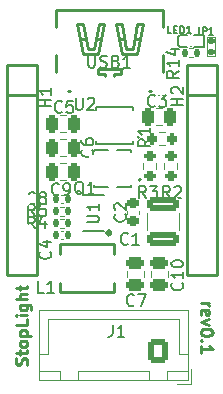
<source format=gbr>
%TF.GenerationSoftware,KiCad,Pcbnew,8.0.8*%
%TF.CreationDate,2025-03-31T18:12:56-07:00*%
%TF.ProjectId,stoplight,73746f70-6c69-4676-9874-2e6b69636164,0.1*%
%TF.SameCoordinates,Original*%
%TF.FileFunction,Legend,Top*%
%TF.FilePolarity,Positive*%
%FSLAX46Y46*%
G04 Gerber Fmt 4.6, Leading zero omitted, Abs format (unit mm)*
G04 Created by KiCad (PCBNEW 8.0.8) date 2025-03-31 18:12:56*
%MOMM*%
%LPD*%
G01*
G04 APERTURE LIST*
G04 Aperture macros list*
%AMRoundRect*
0 Rectangle with rounded corners*
0 $1 Rounding radius*
0 $2 $3 $4 $5 $6 $7 $8 $9 X,Y pos of 4 corners*
0 Add a 4 corners polygon primitive as box body*
4,1,4,$2,$3,$4,$5,$6,$7,$8,$9,$2,$3,0*
0 Add four circle primitives for the rounded corners*
1,1,$1+$1,$2,$3*
1,1,$1+$1,$4,$5*
1,1,$1+$1,$6,$7*
1,1,$1+$1,$8,$9*
0 Add four rect primitives between the rounded corners*
20,1,$1+$1,$2,$3,$4,$5,0*
20,1,$1+$1,$4,$5,$6,$7,0*
20,1,$1+$1,$6,$7,$8,$9,0*
20,1,$1+$1,$8,$9,$2,$3,0*%
G04 Aperture macros list end*
%ADD10C,0.250000*%
%ADD11C,0.150000*%
%ADD12C,0.120000*%
%ADD13C,0.300000*%
%ADD14C,0.200000*%
%ADD15C,0.080000*%
%ADD16C,0.000000*%
%ADD17R,0.660000X0.280000*%
%ADD18R,1.500000X2.500000*%
%ADD19RoundRect,0.200000X0.275000X-0.200000X0.275000X0.200000X-0.275000X0.200000X-0.275000X-0.200000X0*%
%ADD20RoundRect,0.250000X-1.100000X0.325000X-1.100000X-0.325000X1.100000X-0.325000X1.100000X0.325000X0*%
%ADD21RoundRect,0.140000X-0.140000X-0.170000X0.140000X-0.170000X0.140000X0.170000X-0.140000X0.170000X0*%
%ADD22RoundRect,0.135000X0.135000X0.185000X-0.135000X0.185000X-0.135000X-0.185000X0.135000X-0.185000X0*%
%ADD23RoundRect,0.140000X0.170000X-0.140000X0.170000X0.140000X-0.170000X0.140000X-0.170000X-0.140000X0*%
%ADD24RoundRect,0.250000X0.250000X0.475000X-0.250000X0.475000X-0.250000X-0.475000X0.250000X-0.475000X0*%
%ADD25RoundRect,0.250000X-0.250000X-0.475000X0.250000X-0.475000X0.250000X0.475000X-0.250000X0.475000X0*%
%ADD26R,1.070000X0.530000*%
%ADD27RoundRect,0.250000X0.600000X0.725000X-0.600000X0.725000X-0.600000X-0.725000X0.600000X-0.725000X0*%
%ADD28O,1.700000X1.950000*%
%ADD29R,1.400000X1.400000*%
%ADD30C,1.400000*%
%ADD31R,0.800000X0.400000*%
%ADD32R,2.000000X2.600000*%
%ADD33R,1.800000X2.000000*%
%ADD34RoundRect,0.135000X-0.135000X-0.185000X0.135000X-0.185000X0.135000X0.185000X-0.135000X0.185000X0*%
%ADD35RoundRect,0.225000X0.250000X-0.225000X0.250000X0.225000X-0.250000X0.225000X-0.250000X-0.225000X0*%
%ADD36R,0.640000X0.540000*%
%ADD37RoundRect,0.200000X0.200000X0.275000X-0.200000X0.275000X-0.200000X-0.275000X0.200000X-0.275000X0*%
%ADD38RoundRect,0.140000X0.140000X0.170000X-0.140000X0.170000X-0.140000X-0.170000X0.140000X-0.170000X0*%
%ADD39RoundRect,0.200000X-0.275000X0.200000X-0.275000X-0.200000X0.275000X-0.200000X0.275000X0.200000X0*%
%ADD40RoundRect,0.250000X-0.475000X0.250000X-0.475000X-0.250000X0.475000X-0.250000X0.475000X0.250000X0*%
%ADD41O,1.100000X1.700000*%
%ADD42R,0.700000X1.200000*%
%ADD43R,0.800000X1.200000*%
G04 APERTURE END LIST*
D10*
X142917000Y-95445050D02*
X142964619Y-95302193D01*
X142964619Y-95302193D02*
X142964619Y-95064098D01*
X142964619Y-95064098D02*
X142917000Y-94968860D01*
X142917000Y-94968860D02*
X142869380Y-94921241D01*
X142869380Y-94921241D02*
X142774142Y-94873622D01*
X142774142Y-94873622D02*
X142678904Y-94873622D01*
X142678904Y-94873622D02*
X142583666Y-94921241D01*
X142583666Y-94921241D02*
X142536047Y-94968860D01*
X142536047Y-94968860D02*
X142488428Y-95064098D01*
X142488428Y-95064098D02*
X142440809Y-95254574D01*
X142440809Y-95254574D02*
X142393190Y-95349812D01*
X142393190Y-95349812D02*
X142345571Y-95397431D01*
X142345571Y-95397431D02*
X142250333Y-95445050D01*
X142250333Y-95445050D02*
X142155095Y-95445050D01*
X142155095Y-95445050D02*
X142059857Y-95397431D01*
X142059857Y-95397431D02*
X142012238Y-95349812D01*
X142012238Y-95349812D02*
X141964619Y-95254574D01*
X141964619Y-95254574D02*
X141964619Y-95016479D01*
X141964619Y-95016479D02*
X142012238Y-94873622D01*
X142297952Y-94587907D02*
X142297952Y-94206955D01*
X141964619Y-94445050D02*
X142821761Y-94445050D01*
X142821761Y-94445050D02*
X142917000Y-94397431D01*
X142917000Y-94397431D02*
X142964619Y-94302193D01*
X142964619Y-94302193D02*
X142964619Y-94206955D01*
X142964619Y-93730764D02*
X142917000Y-93826002D01*
X142917000Y-93826002D02*
X142869380Y-93873621D01*
X142869380Y-93873621D02*
X142774142Y-93921240D01*
X142774142Y-93921240D02*
X142488428Y-93921240D01*
X142488428Y-93921240D02*
X142393190Y-93873621D01*
X142393190Y-93873621D02*
X142345571Y-93826002D01*
X142345571Y-93826002D02*
X142297952Y-93730764D01*
X142297952Y-93730764D02*
X142297952Y-93587907D01*
X142297952Y-93587907D02*
X142345571Y-93492669D01*
X142345571Y-93492669D02*
X142393190Y-93445050D01*
X142393190Y-93445050D02*
X142488428Y-93397431D01*
X142488428Y-93397431D02*
X142774142Y-93397431D01*
X142774142Y-93397431D02*
X142869380Y-93445050D01*
X142869380Y-93445050D02*
X142917000Y-93492669D01*
X142917000Y-93492669D02*
X142964619Y-93587907D01*
X142964619Y-93587907D02*
X142964619Y-93730764D01*
X142297952Y-92968859D02*
X143297952Y-92968859D01*
X142345571Y-92968859D02*
X142297952Y-92873621D01*
X142297952Y-92873621D02*
X142297952Y-92683145D01*
X142297952Y-92683145D02*
X142345571Y-92587907D01*
X142345571Y-92587907D02*
X142393190Y-92540288D01*
X142393190Y-92540288D02*
X142488428Y-92492669D01*
X142488428Y-92492669D02*
X142774142Y-92492669D01*
X142774142Y-92492669D02*
X142869380Y-92540288D01*
X142869380Y-92540288D02*
X142917000Y-92587907D01*
X142917000Y-92587907D02*
X142964619Y-92683145D01*
X142964619Y-92683145D02*
X142964619Y-92873621D01*
X142964619Y-92873621D02*
X142917000Y-92968859D01*
X142964619Y-91587907D02*
X142964619Y-92064097D01*
X142964619Y-92064097D02*
X141964619Y-92064097D01*
X142964619Y-91254573D02*
X142297952Y-91254573D01*
X141964619Y-91254573D02*
X142012238Y-91302192D01*
X142012238Y-91302192D02*
X142059857Y-91254573D01*
X142059857Y-91254573D02*
X142012238Y-91206954D01*
X142012238Y-91206954D02*
X141964619Y-91254573D01*
X141964619Y-91254573D02*
X142059857Y-91254573D01*
X142297952Y-90349812D02*
X143107476Y-90349812D01*
X143107476Y-90349812D02*
X143202714Y-90397431D01*
X143202714Y-90397431D02*
X143250333Y-90445050D01*
X143250333Y-90445050D02*
X143297952Y-90540288D01*
X143297952Y-90540288D02*
X143297952Y-90683145D01*
X143297952Y-90683145D02*
X143250333Y-90778383D01*
X142917000Y-90349812D02*
X142964619Y-90445050D01*
X142964619Y-90445050D02*
X142964619Y-90635526D01*
X142964619Y-90635526D02*
X142917000Y-90730764D01*
X142917000Y-90730764D02*
X142869380Y-90778383D01*
X142869380Y-90778383D02*
X142774142Y-90826002D01*
X142774142Y-90826002D02*
X142488428Y-90826002D01*
X142488428Y-90826002D02*
X142393190Y-90778383D01*
X142393190Y-90778383D02*
X142345571Y-90730764D01*
X142345571Y-90730764D02*
X142297952Y-90635526D01*
X142297952Y-90635526D02*
X142297952Y-90445050D01*
X142297952Y-90445050D02*
X142345571Y-90349812D01*
X142964619Y-89873621D02*
X141964619Y-89873621D01*
X142964619Y-89445050D02*
X142440809Y-89445050D01*
X142440809Y-89445050D02*
X142345571Y-89492669D01*
X142345571Y-89492669D02*
X142297952Y-89587907D01*
X142297952Y-89587907D02*
X142297952Y-89730764D01*
X142297952Y-89730764D02*
X142345571Y-89826002D01*
X142345571Y-89826002D02*
X142393190Y-89873621D01*
X142297952Y-89111716D02*
X142297952Y-88730764D01*
X141964619Y-88968859D02*
X142821761Y-88968859D01*
X142821761Y-88968859D02*
X142917000Y-88921240D01*
X142917000Y-88921240D02*
X142964619Y-88826002D01*
X142964619Y-88826002D02*
X142964619Y-88730764D01*
X157635380Y-90202568D02*
X158302047Y-90202568D01*
X158111571Y-90202568D02*
X158206809Y-90250187D01*
X158206809Y-90250187D02*
X158254428Y-90297806D01*
X158254428Y-90297806D02*
X158302047Y-90393044D01*
X158302047Y-90393044D02*
X158302047Y-90488282D01*
X157683000Y-91202568D02*
X157635380Y-91107330D01*
X157635380Y-91107330D02*
X157635380Y-90916854D01*
X157635380Y-90916854D02*
X157683000Y-90821616D01*
X157683000Y-90821616D02*
X157778238Y-90773997D01*
X157778238Y-90773997D02*
X158159190Y-90773997D01*
X158159190Y-90773997D02*
X158254428Y-90821616D01*
X158254428Y-90821616D02*
X158302047Y-90916854D01*
X158302047Y-90916854D02*
X158302047Y-91107330D01*
X158302047Y-91107330D02*
X158254428Y-91202568D01*
X158254428Y-91202568D02*
X158159190Y-91250187D01*
X158159190Y-91250187D02*
X158063952Y-91250187D01*
X158063952Y-91250187D02*
X157968714Y-90773997D01*
X158302047Y-91583521D02*
X157635380Y-91821616D01*
X157635380Y-91821616D02*
X158302047Y-92059711D01*
X158635380Y-92631140D02*
X158635380Y-92726378D01*
X158635380Y-92726378D02*
X158587761Y-92821616D01*
X158587761Y-92821616D02*
X158540142Y-92869235D01*
X158540142Y-92869235D02*
X158444904Y-92916854D01*
X158444904Y-92916854D02*
X158254428Y-92964473D01*
X158254428Y-92964473D02*
X158016333Y-92964473D01*
X158016333Y-92964473D02*
X157825857Y-92916854D01*
X157825857Y-92916854D02*
X157730619Y-92869235D01*
X157730619Y-92869235D02*
X157683000Y-92821616D01*
X157683000Y-92821616D02*
X157635380Y-92726378D01*
X157635380Y-92726378D02*
X157635380Y-92631140D01*
X157635380Y-92631140D02*
X157683000Y-92535902D01*
X157683000Y-92535902D02*
X157730619Y-92488283D01*
X157730619Y-92488283D02*
X157825857Y-92440664D01*
X157825857Y-92440664D02*
X158016333Y-92393045D01*
X158016333Y-92393045D02*
X158254428Y-92393045D01*
X158254428Y-92393045D02*
X158444904Y-92440664D01*
X158444904Y-92440664D02*
X158540142Y-92488283D01*
X158540142Y-92488283D02*
X158587761Y-92535902D01*
X158587761Y-92535902D02*
X158635380Y-92631140D01*
X157730619Y-93393045D02*
X157683000Y-93440664D01*
X157683000Y-93440664D02*
X157635380Y-93393045D01*
X157635380Y-93393045D02*
X157683000Y-93345426D01*
X157683000Y-93345426D02*
X157730619Y-93393045D01*
X157730619Y-93393045D02*
X157635380Y-93393045D01*
X157635380Y-94393044D02*
X157635380Y-93821616D01*
X157635380Y-94107330D02*
X158635380Y-94107330D01*
X158635380Y-94107330D02*
X158492523Y-94012092D01*
X158492523Y-94012092D02*
X158397285Y-93916854D01*
X158397285Y-93916854D02*
X158349666Y-93821616D01*
D11*
X147056895Y-72835801D02*
X147056895Y-73645324D01*
X147056895Y-73645324D02*
X147104514Y-73740562D01*
X147104514Y-73740562D02*
X147152133Y-73788182D01*
X147152133Y-73788182D02*
X147247371Y-73835801D01*
X147247371Y-73835801D02*
X147437847Y-73835801D01*
X147437847Y-73835801D02*
X147533085Y-73788182D01*
X147533085Y-73788182D02*
X147580704Y-73740562D01*
X147580704Y-73740562D02*
X147628323Y-73645324D01*
X147628323Y-73645324D02*
X147628323Y-72835801D01*
X148056895Y-72931039D02*
X148104514Y-72883420D01*
X148104514Y-72883420D02*
X148199752Y-72835801D01*
X148199752Y-72835801D02*
X148437847Y-72835801D01*
X148437847Y-72835801D02*
X148533085Y-72883420D01*
X148533085Y-72883420D02*
X148580704Y-72931039D01*
X148580704Y-72931039D02*
X148628323Y-73026277D01*
X148628323Y-73026277D02*
X148628323Y-73121515D01*
X148628323Y-73121515D02*
X148580704Y-73264372D01*
X148580704Y-73264372D02*
X148009276Y-73835801D01*
X148009276Y-73835801D02*
X148628323Y-73835801D01*
X152986133Y-81317619D02*
X152652800Y-80841428D01*
X152414705Y-81317619D02*
X152414705Y-80317619D01*
X152414705Y-80317619D02*
X152795657Y-80317619D01*
X152795657Y-80317619D02*
X152890895Y-80365238D01*
X152890895Y-80365238D02*
X152938514Y-80412857D01*
X152938514Y-80412857D02*
X152986133Y-80508095D01*
X152986133Y-80508095D02*
X152986133Y-80650952D01*
X152986133Y-80650952D02*
X152938514Y-80746190D01*
X152938514Y-80746190D02*
X152890895Y-80793809D01*
X152890895Y-80793809D02*
X152795657Y-80841428D01*
X152795657Y-80841428D02*
X152414705Y-80841428D01*
X153319467Y-80317619D02*
X153938514Y-80317619D01*
X153938514Y-80317619D02*
X153605181Y-80698571D01*
X153605181Y-80698571D02*
X153748038Y-80698571D01*
X153748038Y-80698571D02*
X153843276Y-80746190D01*
X153843276Y-80746190D02*
X153890895Y-80793809D01*
X153890895Y-80793809D02*
X153938514Y-80889047D01*
X153938514Y-80889047D02*
X153938514Y-81127142D01*
X153938514Y-81127142D02*
X153890895Y-81222380D01*
X153890895Y-81222380D02*
X153843276Y-81270000D01*
X153843276Y-81270000D02*
X153748038Y-81317619D01*
X153748038Y-81317619D02*
X153462324Y-81317619D01*
X153462324Y-81317619D02*
X153367086Y-81270000D01*
X153367086Y-81270000D02*
X153319467Y-81222380D01*
X151462133Y-85170562D02*
X151414514Y-85218182D01*
X151414514Y-85218182D02*
X151271657Y-85265801D01*
X151271657Y-85265801D02*
X151176419Y-85265801D01*
X151176419Y-85265801D02*
X151033562Y-85218182D01*
X151033562Y-85218182D02*
X150938324Y-85122943D01*
X150938324Y-85122943D02*
X150890705Y-85027705D01*
X150890705Y-85027705D02*
X150843086Y-84837229D01*
X150843086Y-84837229D02*
X150843086Y-84694372D01*
X150843086Y-84694372D02*
X150890705Y-84503896D01*
X150890705Y-84503896D02*
X150938324Y-84408658D01*
X150938324Y-84408658D02*
X151033562Y-84313420D01*
X151033562Y-84313420D02*
X151176419Y-84265801D01*
X151176419Y-84265801D02*
X151271657Y-84265801D01*
X151271657Y-84265801D02*
X151414514Y-84313420D01*
X151414514Y-84313420D02*
X151462133Y-84361039D01*
X152414514Y-85265801D02*
X151843086Y-85265801D01*
X152128800Y-85265801D02*
X152128800Y-84265801D01*
X152128800Y-84265801D02*
X152033562Y-84408658D01*
X152033562Y-84408658D02*
X151938324Y-84503896D01*
X151938324Y-84503896D02*
X151843086Y-84551515D01*
X143588133Y-81730380D02*
X143540514Y-81778000D01*
X143540514Y-81778000D02*
X143397657Y-81825619D01*
X143397657Y-81825619D02*
X143302419Y-81825619D01*
X143302419Y-81825619D02*
X143159562Y-81778000D01*
X143159562Y-81778000D02*
X143064324Y-81682761D01*
X143064324Y-81682761D02*
X143016705Y-81587523D01*
X143016705Y-81587523D02*
X142969086Y-81397047D01*
X142969086Y-81397047D02*
X142969086Y-81254190D01*
X142969086Y-81254190D02*
X143016705Y-81063714D01*
X143016705Y-81063714D02*
X143064324Y-80968476D01*
X143064324Y-80968476D02*
X143159562Y-80873238D01*
X143159562Y-80873238D02*
X143302419Y-80825619D01*
X143302419Y-80825619D02*
X143397657Y-80825619D01*
X143397657Y-80825619D02*
X143540514Y-80873238D01*
X143540514Y-80873238D02*
X143588133Y-80920857D01*
X144159562Y-81254190D02*
X144064324Y-81206571D01*
X144064324Y-81206571D02*
X144016705Y-81158952D01*
X144016705Y-81158952D02*
X143969086Y-81063714D01*
X143969086Y-81063714D02*
X143969086Y-81016095D01*
X143969086Y-81016095D02*
X144016705Y-80920857D01*
X144016705Y-80920857D02*
X144064324Y-80873238D01*
X144064324Y-80873238D02*
X144159562Y-80825619D01*
X144159562Y-80825619D02*
X144350038Y-80825619D01*
X144350038Y-80825619D02*
X144445276Y-80873238D01*
X144445276Y-80873238D02*
X144492895Y-80920857D01*
X144492895Y-80920857D02*
X144540514Y-81016095D01*
X144540514Y-81016095D02*
X144540514Y-81063714D01*
X144540514Y-81063714D02*
X144492895Y-81158952D01*
X144492895Y-81158952D02*
X144445276Y-81206571D01*
X144445276Y-81206571D02*
X144350038Y-81254190D01*
X144350038Y-81254190D02*
X144159562Y-81254190D01*
X144159562Y-81254190D02*
X144064324Y-81301809D01*
X144064324Y-81301809D02*
X144016705Y-81349428D01*
X144016705Y-81349428D02*
X143969086Y-81444666D01*
X143969086Y-81444666D02*
X143969086Y-81635142D01*
X143969086Y-81635142D02*
X144016705Y-81730380D01*
X144016705Y-81730380D02*
X144064324Y-81778000D01*
X144064324Y-81778000D02*
X144159562Y-81825619D01*
X144159562Y-81825619D02*
X144350038Y-81825619D01*
X144350038Y-81825619D02*
X144445276Y-81778000D01*
X144445276Y-81778000D02*
X144492895Y-81730380D01*
X144492895Y-81730380D02*
X144540514Y-81635142D01*
X144540514Y-81635142D02*
X144540514Y-81444666D01*
X144540514Y-81444666D02*
X144492895Y-81349428D01*
X144492895Y-81349428D02*
X144445276Y-81301809D01*
X144445276Y-81301809D02*
X144350038Y-81254190D01*
X143588133Y-82841619D02*
X143254800Y-82365428D01*
X143016705Y-82841619D02*
X143016705Y-81841619D01*
X143016705Y-81841619D02*
X143397657Y-81841619D01*
X143397657Y-81841619D02*
X143492895Y-81889238D01*
X143492895Y-81889238D02*
X143540514Y-81936857D01*
X143540514Y-81936857D02*
X143588133Y-82032095D01*
X143588133Y-82032095D02*
X143588133Y-82174952D01*
X143588133Y-82174952D02*
X143540514Y-82270190D01*
X143540514Y-82270190D02*
X143492895Y-82317809D01*
X143492895Y-82317809D02*
X143397657Y-82365428D01*
X143397657Y-82365428D02*
X143016705Y-82365428D01*
X144492895Y-81841619D02*
X144016705Y-81841619D01*
X144016705Y-81841619D02*
X143969086Y-82317809D01*
X143969086Y-82317809D02*
X144016705Y-82270190D01*
X144016705Y-82270190D02*
X144111943Y-82222571D01*
X144111943Y-82222571D02*
X144350038Y-82222571D01*
X144350038Y-82222571D02*
X144445276Y-82270190D01*
X144445276Y-82270190D02*
X144492895Y-82317809D01*
X144492895Y-82317809D02*
X144540514Y-82413047D01*
X144540514Y-82413047D02*
X144540514Y-82651142D01*
X144540514Y-82651142D02*
X144492895Y-82746380D01*
X144492895Y-82746380D02*
X144445276Y-82794000D01*
X144445276Y-82794000D02*
X144350038Y-82841619D01*
X144350038Y-82841619D02*
X144111943Y-82841619D01*
X144111943Y-82841619D02*
X144016705Y-82794000D01*
X144016705Y-82794000D02*
X143969086Y-82746380D01*
X157499999Y-66869771D02*
X157499999Y-67298342D01*
X157499999Y-67298342D02*
X157471428Y-67384057D01*
X157471428Y-67384057D02*
X157414285Y-67441200D01*
X157414285Y-67441200D02*
X157328571Y-67469771D01*
X157328571Y-67469771D02*
X157271428Y-67469771D01*
X157785714Y-67469771D02*
X157785714Y-66869771D01*
X157785714Y-66869771D02*
X158014285Y-66869771D01*
X158014285Y-66869771D02*
X158071428Y-66898342D01*
X158071428Y-66898342D02*
X158099999Y-66926914D01*
X158099999Y-66926914D02*
X158128571Y-66984057D01*
X158128571Y-66984057D02*
X158128571Y-67069771D01*
X158128571Y-67069771D02*
X158099999Y-67126914D01*
X158099999Y-67126914D02*
X158071428Y-67155485D01*
X158071428Y-67155485D02*
X158014285Y-67184057D01*
X158014285Y-67184057D02*
X157785714Y-67184057D01*
X158699999Y-67469771D02*
X158357142Y-67469771D01*
X158528571Y-67469771D02*
X158528571Y-66869771D01*
X158528571Y-66869771D02*
X158471428Y-66955485D01*
X158471428Y-66955485D02*
X158414285Y-67012628D01*
X158414285Y-67012628D02*
X158357142Y-67041200D01*
X148432380Y-77219466D02*
X148480000Y-77267085D01*
X148480000Y-77267085D02*
X148527619Y-77409942D01*
X148527619Y-77409942D02*
X148527619Y-77505180D01*
X148527619Y-77505180D02*
X148480000Y-77648037D01*
X148480000Y-77648037D02*
X148384761Y-77743275D01*
X148384761Y-77743275D02*
X148289523Y-77790894D01*
X148289523Y-77790894D02*
X148099047Y-77838513D01*
X148099047Y-77838513D02*
X147956190Y-77838513D01*
X147956190Y-77838513D02*
X147765714Y-77790894D01*
X147765714Y-77790894D02*
X147670476Y-77743275D01*
X147670476Y-77743275D02*
X147575238Y-77648037D01*
X147575238Y-77648037D02*
X147527619Y-77505180D01*
X147527619Y-77505180D02*
X147527619Y-77409942D01*
X147527619Y-77409942D02*
X147575238Y-77267085D01*
X147575238Y-77267085D02*
X147622857Y-77219466D01*
X147527619Y-76362323D02*
X147527619Y-76552799D01*
X147527619Y-76552799D02*
X147575238Y-76648037D01*
X147575238Y-76648037D02*
X147622857Y-76695656D01*
X147622857Y-76695656D02*
X147765714Y-76790894D01*
X147765714Y-76790894D02*
X147956190Y-76838513D01*
X147956190Y-76838513D02*
X148337142Y-76838513D01*
X148337142Y-76838513D02*
X148432380Y-76790894D01*
X148432380Y-76790894D02*
X148480000Y-76743275D01*
X148480000Y-76743275D02*
X148527619Y-76648037D01*
X148527619Y-76648037D02*
X148527619Y-76457561D01*
X148527619Y-76457561D02*
X148480000Y-76362323D01*
X148480000Y-76362323D02*
X148432380Y-76314704D01*
X148432380Y-76314704D02*
X148337142Y-76267085D01*
X148337142Y-76267085D02*
X148099047Y-76267085D01*
X148099047Y-76267085D02*
X148003809Y-76314704D01*
X148003809Y-76314704D02*
X147956190Y-76362323D01*
X147956190Y-76362323D02*
X147908571Y-76457561D01*
X147908571Y-76457561D02*
X147908571Y-76648037D01*
X147908571Y-76648037D02*
X147956190Y-76743275D01*
X147956190Y-76743275D02*
X148003809Y-76790894D01*
X148003809Y-76790894D02*
X148099047Y-76838513D01*
X145874133Y-73994562D02*
X145826514Y-74042182D01*
X145826514Y-74042182D02*
X145683657Y-74089801D01*
X145683657Y-74089801D02*
X145588419Y-74089801D01*
X145588419Y-74089801D02*
X145445562Y-74042182D01*
X145445562Y-74042182D02*
X145350324Y-73946943D01*
X145350324Y-73946943D02*
X145302705Y-73851705D01*
X145302705Y-73851705D02*
X145255086Y-73661229D01*
X145255086Y-73661229D02*
X145255086Y-73518372D01*
X145255086Y-73518372D02*
X145302705Y-73327896D01*
X145302705Y-73327896D02*
X145350324Y-73232658D01*
X145350324Y-73232658D02*
X145445562Y-73137420D01*
X145445562Y-73137420D02*
X145588419Y-73089801D01*
X145588419Y-73089801D02*
X145683657Y-73089801D01*
X145683657Y-73089801D02*
X145826514Y-73137420D01*
X145826514Y-73137420D02*
X145874133Y-73185039D01*
X146778895Y-73089801D02*
X146302705Y-73089801D01*
X146302705Y-73089801D02*
X146255086Y-73565991D01*
X146255086Y-73565991D02*
X146302705Y-73518372D01*
X146302705Y-73518372D02*
X146397943Y-73470753D01*
X146397943Y-73470753D02*
X146636038Y-73470753D01*
X146636038Y-73470753D02*
X146731276Y-73518372D01*
X146731276Y-73518372D02*
X146778895Y-73565991D01*
X146778895Y-73565991D02*
X146826514Y-73661229D01*
X146826514Y-73661229D02*
X146826514Y-73899324D01*
X146826514Y-73899324D02*
X146778895Y-73994562D01*
X146778895Y-73994562D02*
X146731276Y-74042182D01*
X146731276Y-74042182D02*
X146636038Y-74089801D01*
X146636038Y-74089801D02*
X146397943Y-74089801D01*
X146397943Y-74089801D02*
X146302705Y-74042182D01*
X146302705Y-74042182D02*
X146255086Y-73994562D01*
X148003219Y-83367104D02*
X148812742Y-83367104D01*
X148812742Y-83367104D02*
X148907980Y-83319485D01*
X148907980Y-83319485D02*
X148955600Y-83271866D01*
X148955600Y-83271866D02*
X149003219Y-83176628D01*
X149003219Y-83176628D02*
X149003219Y-82986152D01*
X149003219Y-82986152D02*
X148955600Y-82890914D01*
X148955600Y-82890914D02*
X148907980Y-82843295D01*
X148907980Y-82843295D02*
X148812742Y-82795676D01*
X148812742Y-82795676D02*
X148003219Y-82795676D01*
X149003219Y-81795676D02*
X149003219Y-82367104D01*
X149003219Y-82081390D02*
X148003219Y-82081390D01*
X148003219Y-82081390D02*
X148146076Y-82176628D01*
X148146076Y-82176628D02*
X148241314Y-82271866D01*
X148241314Y-82271866D02*
X148288933Y-82367104D01*
X150166666Y-92054819D02*
X150166666Y-92769104D01*
X150166666Y-92769104D02*
X150119047Y-92911961D01*
X150119047Y-92911961D02*
X150023809Y-93007200D01*
X150023809Y-93007200D02*
X149880952Y-93054819D01*
X149880952Y-93054819D02*
X149785714Y-93054819D01*
X151166666Y-93054819D02*
X150595238Y-93054819D01*
X150880952Y-93054819D02*
X150880952Y-92054819D01*
X150880952Y-92054819D02*
X150785714Y-92197676D01*
X150785714Y-92197676D02*
X150690476Y-92292914D01*
X150690476Y-92292914D02*
X150595238Y-92340533D01*
X144971619Y-73561904D02*
X143971619Y-73561904D01*
X144447809Y-73561904D02*
X144447809Y-72990476D01*
X144971619Y-72990476D02*
X143971619Y-72990476D01*
X144971619Y-71990476D02*
X144971619Y-72561904D01*
X144971619Y-72276190D02*
X143971619Y-72276190D01*
X143971619Y-72276190D02*
X144114476Y-72371428D01*
X144114476Y-72371428D02*
X144209714Y-72466666D01*
X144209714Y-72466666D02*
X144257333Y-72561904D01*
X147723561Y-81031857D02*
X147628323Y-80984238D01*
X147628323Y-80984238D02*
X147533085Y-80889000D01*
X147533085Y-80889000D02*
X147390228Y-80746142D01*
X147390228Y-80746142D02*
X147294990Y-80698523D01*
X147294990Y-80698523D02*
X147199752Y-80698523D01*
X147247371Y-80936619D02*
X147152133Y-80889000D01*
X147152133Y-80889000D02*
X147056895Y-80793761D01*
X147056895Y-80793761D02*
X147009276Y-80603285D01*
X147009276Y-80603285D02*
X147009276Y-80269952D01*
X147009276Y-80269952D02*
X147056895Y-80079476D01*
X147056895Y-80079476D02*
X147152133Y-79984238D01*
X147152133Y-79984238D02*
X147247371Y-79936619D01*
X147247371Y-79936619D02*
X147437847Y-79936619D01*
X147437847Y-79936619D02*
X147533085Y-79984238D01*
X147533085Y-79984238D02*
X147628323Y-80079476D01*
X147628323Y-80079476D02*
X147675942Y-80269952D01*
X147675942Y-80269952D02*
X147675942Y-80603285D01*
X147675942Y-80603285D02*
X147628323Y-80793761D01*
X147628323Y-80793761D02*
X147533085Y-80889000D01*
X147533085Y-80889000D02*
X147437847Y-80936619D01*
X147437847Y-80936619D02*
X147247371Y-80936619D01*
X148628323Y-80936619D02*
X148056895Y-80936619D01*
X148342609Y-80936619D02*
X148342609Y-79936619D01*
X148342609Y-79936619D02*
X148247371Y-80079476D01*
X148247371Y-80079476D02*
X148152133Y-80174714D01*
X148152133Y-80174714D02*
X148056895Y-80222333D01*
X144350133Y-89329801D02*
X143873943Y-89329801D01*
X143873943Y-89329801D02*
X143873943Y-88329801D01*
X145207276Y-89329801D02*
X144635848Y-89329801D01*
X144921562Y-89329801D02*
X144921562Y-88329801D01*
X144921562Y-88329801D02*
X144826324Y-88472658D01*
X144826324Y-88472658D02*
X144731086Y-88567896D01*
X144731086Y-88567896D02*
X144635848Y-88615515D01*
X155754819Y-70542857D02*
X155278628Y-70876190D01*
X155754819Y-71114285D02*
X154754819Y-71114285D01*
X154754819Y-71114285D02*
X154754819Y-70733333D01*
X154754819Y-70733333D02*
X154802438Y-70638095D01*
X154802438Y-70638095D02*
X154850057Y-70590476D01*
X154850057Y-70590476D02*
X154945295Y-70542857D01*
X154945295Y-70542857D02*
X155088152Y-70542857D01*
X155088152Y-70542857D02*
X155183390Y-70590476D01*
X155183390Y-70590476D02*
X155231009Y-70638095D01*
X155231009Y-70638095D02*
X155278628Y-70733333D01*
X155278628Y-70733333D02*
X155278628Y-71114285D01*
X155754819Y-69590476D02*
X155754819Y-70161904D01*
X155754819Y-69876190D02*
X154754819Y-69876190D01*
X154754819Y-69876190D02*
X154897676Y-69971428D01*
X154897676Y-69971428D02*
X154992914Y-70066666D01*
X154992914Y-70066666D02*
X155040533Y-70161904D01*
X155088152Y-68733333D02*
X155754819Y-68733333D01*
X154707200Y-68971428D02*
X155421485Y-69209523D01*
X155421485Y-69209523D02*
X155421485Y-68590476D01*
X151226380Y-82691648D02*
X151274000Y-82739267D01*
X151274000Y-82739267D02*
X151321619Y-82882124D01*
X151321619Y-82882124D02*
X151321619Y-82977362D01*
X151321619Y-82977362D02*
X151274000Y-83120219D01*
X151274000Y-83120219D02*
X151178761Y-83215457D01*
X151178761Y-83215457D02*
X151083523Y-83263076D01*
X151083523Y-83263076D02*
X150893047Y-83310695D01*
X150893047Y-83310695D02*
X150750190Y-83310695D01*
X150750190Y-83310695D02*
X150559714Y-83263076D01*
X150559714Y-83263076D02*
X150464476Y-83215457D01*
X150464476Y-83215457D02*
X150369238Y-83120219D01*
X150369238Y-83120219D02*
X150321619Y-82977362D01*
X150321619Y-82977362D02*
X150321619Y-82882124D01*
X150321619Y-82882124D02*
X150369238Y-82739267D01*
X150369238Y-82739267D02*
X150416857Y-82691648D01*
X150416857Y-82310695D02*
X150369238Y-82263076D01*
X150369238Y-82263076D02*
X150321619Y-82167838D01*
X150321619Y-82167838D02*
X150321619Y-81929743D01*
X150321619Y-81929743D02*
X150369238Y-81834505D01*
X150369238Y-81834505D02*
X150416857Y-81786886D01*
X150416857Y-81786886D02*
X150512095Y-81739267D01*
X150512095Y-81739267D02*
X150607333Y-81739267D01*
X150607333Y-81739267D02*
X150750190Y-81786886D01*
X150750190Y-81786886D02*
X151321619Y-82358314D01*
X151321619Y-82358314D02*
X151321619Y-81739267D01*
X153748133Y-73486562D02*
X153700514Y-73534182D01*
X153700514Y-73534182D02*
X153557657Y-73581801D01*
X153557657Y-73581801D02*
X153462419Y-73581801D01*
X153462419Y-73581801D02*
X153319562Y-73534182D01*
X153319562Y-73534182D02*
X153224324Y-73438943D01*
X153224324Y-73438943D02*
X153176705Y-73343705D01*
X153176705Y-73343705D02*
X153129086Y-73153229D01*
X153129086Y-73153229D02*
X153129086Y-73010372D01*
X153129086Y-73010372D02*
X153176705Y-72819896D01*
X153176705Y-72819896D02*
X153224324Y-72724658D01*
X153224324Y-72724658D02*
X153319562Y-72629420D01*
X153319562Y-72629420D02*
X153462419Y-72581801D01*
X153462419Y-72581801D02*
X153557657Y-72581801D01*
X153557657Y-72581801D02*
X153700514Y-72629420D01*
X153700514Y-72629420D02*
X153748133Y-72677039D01*
X154081467Y-72581801D02*
X154700514Y-72581801D01*
X154700514Y-72581801D02*
X154367181Y-72962753D01*
X154367181Y-72962753D02*
X154510038Y-72962753D01*
X154510038Y-72962753D02*
X154605276Y-73010372D01*
X154605276Y-73010372D02*
X154652895Y-73057991D01*
X154652895Y-73057991D02*
X154700514Y-73153229D01*
X154700514Y-73153229D02*
X154700514Y-73391324D01*
X154700514Y-73391324D02*
X154652895Y-73486562D01*
X154652895Y-73486562D02*
X154605276Y-73534182D01*
X154605276Y-73534182D02*
X154510038Y-73581801D01*
X154510038Y-73581801D02*
X154224324Y-73581801D01*
X154224324Y-73581801D02*
X154129086Y-73534182D01*
X154129086Y-73534182D02*
X154081467Y-73486562D01*
X155128571Y-67369771D02*
X154842857Y-67369771D01*
X154842857Y-67369771D02*
X154842857Y-66769771D01*
X155328571Y-67055485D02*
X155528571Y-67055485D01*
X155614285Y-67369771D02*
X155328571Y-67369771D01*
X155328571Y-67369771D02*
X155328571Y-66769771D01*
X155328571Y-66769771D02*
X155614285Y-66769771D01*
X155871428Y-67369771D02*
X155871428Y-66769771D01*
X155871428Y-66769771D02*
X156014285Y-66769771D01*
X156014285Y-66769771D02*
X156099999Y-66798342D01*
X156099999Y-66798342D02*
X156157142Y-66855485D01*
X156157142Y-66855485D02*
X156185713Y-66912628D01*
X156185713Y-66912628D02*
X156214285Y-67026914D01*
X156214285Y-67026914D02*
X156214285Y-67112628D01*
X156214285Y-67112628D02*
X156185713Y-67226914D01*
X156185713Y-67226914D02*
X156157142Y-67284057D01*
X156157142Y-67284057D02*
X156099999Y-67341200D01*
X156099999Y-67341200D02*
X156014285Y-67369771D01*
X156014285Y-67369771D02*
X155871428Y-67369771D01*
X156785713Y-67369771D02*
X156442856Y-67369771D01*
X156614285Y-67369771D02*
X156614285Y-66769771D01*
X156614285Y-66769771D02*
X156557142Y-66855485D01*
X156557142Y-66855485D02*
X156499999Y-66912628D01*
X156499999Y-66912628D02*
X156442856Y-66941200D01*
X153353619Y-76341648D02*
X152877428Y-76674981D01*
X153353619Y-76913076D02*
X152353619Y-76913076D01*
X152353619Y-76913076D02*
X152353619Y-76532124D01*
X152353619Y-76532124D02*
X152401238Y-76436886D01*
X152401238Y-76436886D02*
X152448857Y-76389267D01*
X152448857Y-76389267D02*
X152544095Y-76341648D01*
X152544095Y-76341648D02*
X152686952Y-76341648D01*
X152686952Y-76341648D02*
X152782190Y-76389267D01*
X152782190Y-76389267D02*
X152829809Y-76436886D01*
X152829809Y-76436886D02*
X152877428Y-76532124D01*
X152877428Y-76532124D02*
X152877428Y-76913076D01*
X153353619Y-75389267D02*
X153353619Y-75960695D01*
X153353619Y-75674981D02*
X152353619Y-75674981D01*
X152353619Y-75674981D02*
X152496476Y-75770219D01*
X152496476Y-75770219D02*
X152591714Y-75865457D01*
X152591714Y-75865457D02*
X152639333Y-75960695D01*
X145620133Y-80968380D02*
X145572514Y-81016000D01*
X145572514Y-81016000D02*
X145429657Y-81063619D01*
X145429657Y-81063619D02*
X145334419Y-81063619D01*
X145334419Y-81063619D02*
X145191562Y-81016000D01*
X145191562Y-81016000D02*
X145096324Y-80920761D01*
X145096324Y-80920761D02*
X145048705Y-80825523D01*
X145048705Y-80825523D02*
X145001086Y-80635047D01*
X145001086Y-80635047D02*
X145001086Y-80492190D01*
X145001086Y-80492190D02*
X145048705Y-80301714D01*
X145048705Y-80301714D02*
X145096324Y-80206476D01*
X145096324Y-80206476D02*
X145191562Y-80111238D01*
X145191562Y-80111238D02*
X145334419Y-80063619D01*
X145334419Y-80063619D02*
X145429657Y-80063619D01*
X145429657Y-80063619D02*
X145572514Y-80111238D01*
X145572514Y-80111238D02*
X145620133Y-80158857D01*
X146096324Y-81063619D02*
X146286800Y-81063619D01*
X146286800Y-81063619D02*
X146382038Y-81016000D01*
X146382038Y-81016000D02*
X146429657Y-80968380D01*
X146429657Y-80968380D02*
X146524895Y-80825523D01*
X146524895Y-80825523D02*
X146572514Y-80635047D01*
X146572514Y-80635047D02*
X146572514Y-80254095D01*
X146572514Y-80254095D02*
X146524895Y-80158857D01*
X146524895Y-80158857D02*
X146477276Y-80111238D01*
X146477276Y-80111238D02*
X146382038Y-80063619D01*
X146382038Y-80063619D02*
X146191562Y-80063619D01*
X146191562Y-80063619D02*
X146096324Y-80111238D01*
X146096324Y-80111238D02*
X146048705Y-80158857D01*
X146048705Y-80158857D02*
X146001086Y-80254095D01*
X146001086Y-80254095D02*
X146001086Y-80492190D01*
X146001086Y-80492190D02*
X146048705Y-80587428D01*
X146048705Y-80587428D02*
X146096324Y-80635047D01*
X146096324Y-80635047D02*
X146191562Y-80682666D01*
X146191562Y-80682666D02*
X146382038Y-80682666D01*
X146382038Y-80682666D02*
X146477276Y-80635047D01*
X146477276Y-80635047D02*
X146524895Y-80587428D01*
X146524895Y-80587428D02*
X146572514Y-80492190D01*
X156154819Y-73461904D02*
X155154819Y-73461904D01*
X155631009Y-73461904D02*
X155631009Y-72890476D01*
X156154819Y-72890476D02*
X155154819Y-72890476D01*
X155250057Y-72461904D02*
X155202438Y-72414285D01*
X155202438Y-72414285D02*
X155154819Y-72319047D01*
X155154819Y-72319047D02*
X155154819Y-72080952D01*
X155154819Y-72080952D02*
X155202438Y-71985714D01*
X155202438Y-71985714D02*
X155250057Y-71938095D01*
X155250057Y-71938095D02*
X155345295Y-71890476D01*
X155345295Y-71890476D02*
X155440533Y-71890476D01*
X155440533Y-71890476D02*
X155583390Y-71938095D01*
X155583390Y-71938095D02*
X156154819Y-72509523D01*
X156154819Y-72509523D02*
X156154819Y-71890476D01*
X144876380Y-85855466D02*
X144924000Y-85903085D01*
X144924000Y-85903085D02*
X144971619Y-86045942D01*
X144971619Y-86045942D02*
X144971619Y-86141180D01*
X144971619Y-86141180D02*
X144924000Y-86284037D01*
X144924000Y-86284037D02*
X144828761Y-86379275D01*
X144828761Y-86379275D02*
X144733523Y-86426894D01*
X144733523Y-86426894D02*
X144543047Y-86474513D01*
X144543047Y-86474513D02*
X144400190Y-86474513D01*
X144400190Y-86474513D02*
X144209714Y-86426894D01*
X144209714Y-86426894D02*
X144114476Y-86379275D01*
X144114476Y-86379275D02*
X144019238Y-86284037D01*
X144019238Y-86284037D02*
X143971619Y-86141180D01*
X143971619Y-86141180D02*
X143971619Y-86045942D01*
X143971619Y-86045942D02*
X144019238Y-85903085D01*
X144019238Y-85903085D02*
X144066857Y-85855466D01*
X144304952Y-84998323D02*
X144971619Y-84998323D01*
X143924000Y-85236418D02*
X144638285Y-85474513D01*
X144638285Y-85474513D02*
X144638285Y-84855466D01*
X155018133Y-81317619D02*
X154684800Y-80841428D01*
X154446705Y-81317619D02*
X154446705Y-80317619D01*
X154446705Y-80317619D02*
X154827657Y-80317619D01*
X154827657Y-80317619D02*
X154922895Y-80365238D01*
X154922895Y-80365238D02*
X154970514Y-80412857D01*
X154970514Y-80412857D02*
X155018133Y-80508095D01*
X155018133Y-80508095D02*
X155018133Y-80650952D01*
X155018133Y-80650952D02*
X154970514Y-80746190D01*
X154970514Y-80746190D02*
X154922895Y-80793809D01*
X154922895Y-80793809D02*
X154827657Y-80841428D01*
X154827657Y-80841428D02*
X154446705Y-80841428D01*
X155399086Y-80412857D02*
X155446705Y-80365238D01*
X155446705Y-80365238D02*
X155541943Y-80317619D01*
X155541943Y-80317619D02*
X155780038Y-80317619D01*
X155780038Y-80317619D02*
X155875276Y-80365238D01*
X155875276Y-80365238D02*
X155922895Y-80412857D01*
X155922895Y-80412857D02*
X155970514Y-80508095D01*
X155970514Y-80508095D02*
X155970514Y-80603333D01*
X155970514Y-80603333D02*
X155922895Y-80746190D01*
X155922895Y-80746190D02*
X155351467Y-81317619D01*
X155351467Y-81317619D02*
X155970514Y-81317619D01*
X143588133Y-83888019D02*
X143254800Y-83411828D01*
X143016705Y-83888019D02*
X143016705Y-82888019D01*
X143016705Y-82888019D02*
X143397657Y-82888019D01*
X143397657Y-82888019D02*
X143492895Y-82935638D01*
X143492895Y-82935638D02*
X143540514Y-82983257D01*
X143540514Y-82983257D02*
X143588133Y-83078495D01*
X143588133Y-83078495D02*
X143588133Y-83221352D01*
X143588133Y-83221352D02*
X143540514Y-83316590D01*
X143540514Y-83316590D02*
X143492895Y-83364209D01*
X143492895Y-83364209D02*
X143397657Y-83411828D01*
X143397657Y-83411828D02*
X143016705Y-83411828D01*
X144445276Y-83221352D02*
X144445276Y-83888019D01*
X144207181Y-82840400D02*
X143969086Y-83554685D01*
X143969086Y-83554685D02*
X144588133Y-83554685D01*
X151970133Y-90366380D02*
X151922514Y-90414000D01*
X151922514Y-90414000D02*
X151779657Y-90461619D01*
X151779657Y-90461619D02*
X151684419Y-90461619D01*
X151684419Y-90461619D02*
X151541562Y-90414000D01*
X151541562Y-90414000D02*
X151446324Y-90318761D01*
X151446324Y-90318761D02*
X151398705Y-90223523D01*
X151398705Y-90223523D02*
X151351086Y-90033047D01*
X151351086Y-90033047D02*
X151351086Y-89890190D01*
X151351086Y-89890190D02*
X151398705Y-89699714D01*
X151398705Y-89699714D02*
X151446324Y-89604476D01*
X151446324Y-89604476D02*
X151541562Y-89509238D01*
X151541562Y-89509238D02*
X151684419Y-89461619D01*
X151684419Y-89461619D02*
X151779657Y-89461619D01*
X151779657Y-89461619D02*
X151922514Y-89509238D01*
X151922514Y-89509238D02*
X151970133Y-89556857D01*
X152303467Y-89461619D02*
X152970133Y-89461619D01*
X152970133Y-89461619D02*
X152541562Y-90461619D01*
X148112705Y-69268619D02*
X148112705Y-70078142D01*
X148112705Y-70078142D02*
X148160324Y-70173380D01*
X148160324Y-70173380D02*
X148207943Y-70221000D01*
X148207943Y-70221000D02*
X148303181Y-70268619D01*
X148303181Y-70268619D02*
X148493657Y-70268619D01*
X148493657Y-70268619D02*
X148588895Y-70221000D01*
X148588895Y-70221000D02*
X148636514Y-70173380D01*
X148636514Y-70173380D02*
X148684133Y-70078142D01*
X148684133Y-70078142D02*
X148684133Y-69268619D01*
X149112705Y-70221000D02*
X149255562Y-70268619D01*
X149255562Y-70268619D02*
X149493657Y-70268619D01*
X149493657Y-70268619D02*
X149588895Y-70221000D01*
X149588895Y-70221000D02*
X149636514Y-70173380D01*
X149636514Y-70173380D02*
X149684133Y-70078142D01*
X149684133Y-70078142D02*
X149684133Y-69982904D01*
X149684133Y-69982904D02*
X149636514Y-69887666D01*
X149636514Y-69887666D02*
X149588895Y-69840047D01*
X149588895Y-69840047D02*
X149493657Y-69792428D01*
X149493657Y-69792428D02*
X149303181Y-69744809D01*
X149303181Y-69744809D02*
X149207943Y-69697190D01*
X149207943Y-69697190D02*
X149160324Y-69649571D01*
X149160324Y-69649571D02*
X149112705Y-69554333D01*
X149112705Y-69554333D02*
X149112705Y-69459095D01*
X149112705Y-69459095D02*
X149160324Y-69363857D01*
X149160324Y-69363857D02*
X149207943Y-69316238D01*
X149207943Y-69316238D02*
X149303181Y-69268619D01*
X149303181Y-69268619D02*
X149541276Y-69268619D01*
X149541276Y-69268619D02*
X149684133Y-69316238D01*
X150446038Y-69744809D02*
X150588895Y-69792428D01*
X150588895Y-69792428D02*
X150636514Y-69840047D01*
X150636514Y-69840047D02*
X150684133Y-69935285D01*
X150684133Y-69935285D02*
X150684133Y-70078142D01*
X150684133Y-70078142D02*
X150636514Y-70173380D01*
X150636514Y-70173380D02*
X150588895Y-70221000D01*
X150588895Y-70221000D02*
X150493657Y-70268619D01*
X150493657Y-70268619D02*
X150112705Y-70268619D01*
X150112705Y-70268619D02*
X150112705Y-69268619D01*
X150112705Y-69268619D02*
X150446038Y-69268619D01*
X150446038Y-69268619D02*
X150541276Y-69316238D01*
X150541276Y-69316238D02*
X150588895Y-69363857D01*
X150588895Y-69363857D02*
X150636514Y-69459095D01*
X150636514Y-69459095D02*
X150636514Y-69554333D01*
X150636514Y-69554333D02*
X150588895Y-69649571D01*
X150588895Y-69649571D02*
X150541276Y-69697190D01*
X150541276Y-69697190D02*
X150446038Y-69744809D01*
X150446038Y-69744809D02*
X150112705Y-69744809D01*
X151636514Y-70268619D02*
X151065086Y-70268619D01*
X151350800Y-70268619D02*
X151350800Y-69268619D01*
X151350800Y-69268619D02*
X151255562Y-69411476D01*
X151255562Y-69411476D02*
X151160324Y-69506714D01*
X151160324Y-69506714D02*
X151065086Y-69554333D01*
X156052380Y-88501839D02*
X156100000Y-88549458D01*
X156100000Y-88549458D02*
X156147619Y-88692315D01*
X156147619Y-88692315D02*
X156147619Y-88787553D01*
X156147619Y-88787553D02*
X156100000Y-88930410D01*
X156100000Y-88930410D02*
X156004761Y-89025648D01*
X156004761Y-89025648D02*
X155909523Y-89073267D01*
X155909523Y-89073267D02*
X155719047Y-89120886D01*
X155719047Y-89120886D02*
X155576190Y-89120886D01*
X155576190Y-89120886D02*
X155385714Y-89073267D01*
X155385714Y-89073267D02*
X155290476Y-89025648D01*
X155290476Y-89025648D02*
X155195238Y-88930410D01*
X155195238Y-88930410D02*
X155147619Y-88787553D01*
X155147619Y-88787553D02*
X155147619Y-88692315D01*
X155147619Y-88692315D02*
X155195238Y-88549458D01*
X155195238Y-88549458D02*
X155242857Y-88501839D01*
X156147619Y-87549458D02*
X156147619Y-88120886D01*
X156147619Y-87835172D02*
X155147619Y-87835172D01*
X155147619Y-87835172D02*
X155290476Y-87930410D01*
X155290476Y-87930410D02*
X155385714Y-88025648D01*
X155385714Y-88025648D02*
X155433333Y-88120886D01*
X155147619Y-86930410D02*
X155147619Y-86835172D01*
X155147619Y-86835172D02*
X155195238Y-86739934D01*
X155195238Y-86739934D02*
X155242857Y-86692315D01*
X155242857Y-86692315D02*
X155338095Y-86644696D01*
X155338095Y-86644696D02*
X155528571Y-86597077D01*
X155528571Y-86597077D02*
X155766666Y-86597077D01*
X155766666Y-86597077D02*
X155957142Y-86644696D01*
X155957142Y-86644696D02*
X156052380Y-86692315D01*
X156052380Y-86692315D02*
X156100000Y-86739934D01*
X156100000Y-86739934D02*
X156147619Y-86835172D01*
X156147619Y-86835172D02*
X156147619Y-86930410D01*
X156147619Y-86930410D02*
X156100000Y-87025648D01*
X156100000Y-87025648D02*
X156052380Y-87073267D01*
X156052380Y-87073267D02*
X155957142Y-87120886D01*
X155957142Y-87120886D02*
X155766666Y-87168505D01*
X155766666Y-87168505D02*
X155528571Y-87168505D01*
X155528571Y-87168505D02*
X155338095Y-87120886D01*
X155338095Y-87120886D02*
X155242857Y-87073267D01*
X155242857Y-87073267D02*
X155195238Y-87025648D01*
X155195238Y-87025648D02*
X155147619Y-86930410D01*
%TO.C,U2*%
X148728000Y-73593200D02*
X148728000Y-73843200D01*
X148728000Y-76743200D02*
X148728000Y-76503200D01*
X151878000Y-73593200D02*
X148728000Y-73593200D01*
X151878000Y-73843200D02*
X151878000Y-73593200D01*
X151878000Y-76503200D02*
X151878000Y-76743200D01*
X151878000Y-76743200D02*
X148728000Y-76743200D01*
X152418000Y-76173200D02*
G75*
G02*
X152278000Y-76173200I-70000J0D01*
G01*
X152278000Y-76173200D02*
G75*
G02*
X152418000Y-76173200I70000J0D01*
G01*
D12*
%TO.C,R3*%
X152785900Y-78850058D02*
X152785900Y-78375542D01*
X153830900Y-78850058D02*
X153830900Y-78375542D01*
%TO.C,C1*%
X153062800Y-82575730D02*
X153062800Y-83998234D01*
X155782800Y-82575730D02*
X155782800Y-83998234D01*
%TO.C,C8*%
X145766564Y-81041200D02*
X145982236Y-81041200D01*
X145766564Y-81761200D02*
X145982236Y-81761200D01*
%TO.C,R5*%
X146028041Y-82037200D02*
X145720759Y-82037200D01*
X146028041Y-82797200D02*
X145720759Y-82797200D01*
%TO.C,JP1*%
X158140000Y-69300000D02*
X158140000Y-67700000D01*
X158860000Y-67700000D02*
X158140000Y-67700000D01*
X158860000Y-69300000D02*
X158140000Y-69300000D01*
X158860000Y-69300000D02*
X158860000Y-67700000D01*
%TO.C,C6*%
X146218852Y-76314700D02*
X145696348Y-76314700D01*
X146218852Y-77784700D02*
X145696348Y-77784700D01*
%TO.C,C5*%
X145696348Y-74282700D02*
X146218852Y-74282700D01*
X145696348Y-75752700D02*
X146218852Y-75752700D01*
D11*
%TO.C,U1*%
X149438400Y-81065200D02*
X147658400Y-81065200D01*
X149438400Y-84145200D02*
X147658400Y-84145200D01*
D13*
X149998400Y-84275200D02*
G75*
G02*
X149698400Y-84275200I-150000J0D01*
G01*
X149698400Y-84275200D02*
G75*
G02*
X149998400Y-84275200I150000J0D01*
G01*
D12*
%TO.C,J1*%
X143940000Y-90790000D02*
X143940000Y-96760000D01*
X143940000Y-96760000D02*
X156560000Y-96760000D01*
X143950000Y-94500000D02*
X144700000Y-94500000D01*
X143950000Y-96000000D02*
X143950000Y-96750000D01*
X143950000Y-96750000D02*
X145750000Y-96750000D01*
X144700000Y-91550000D02*
X150250000Y-91550000D01*
X144700000Y-94500000D02*
X144700000Y-91550000D01*
X145750000Y-96000000D02*
X143950000Y-96000000D01*
X145750000Y-96750000D02*
X145750000Y-96000000D01*
X147250000Y-96000000D02*
X147250000Y-96750000D01*
X147250000Y-96750000D02*
X153250000Y-96750000D01*
X153250000Y-96000000D02*
X147250000Y-96000000D01*
X153250000Y-96750000D02*
X153250000Y-96000000D01*
X154750000Y-96000000D02*
X154750000Y-96750000D01*
X154750000Y-96750000D02*
X156550000Y-96750000D01*
X155600000Y-97050000D02*
X156850000Y-97050000D01*
X155800000Y-91550000D02*
X150250000Y-91550000D01*
X155800000Y-94500000D02*
X155800000Y-91550000D01*
X156550000Y-94500000D02*
X155800000Y-94500000D01*
X156550000Y-96000000D02*
X154750000Y-96000000D01*
X156550000Y-96750000D02*
X156550000Y-96000000D01*
X156560000Y-90790000D02*
X143940000Y-90790000D01*
X156560000Y-96760000D02*
X156560000Y-90790000D01*
X156850000Y-97050000D02*
X156850000Y-95800000D01*
D10*
%TO.C,H1*%
X141214800Y-70078982D02*
X143704800Y-70078982D01*
X141214800Y-87858982D02*
X141214800Y-70078982D01*
X143634800Y-72618982D02*
X141344800Y-72618982D01*
X143754800Y-70078982D02*
X143754800Y-87858982D01*
X143754800Y-87858982D02*
X141214800Y-87858982D01*
D11*
%TO.C,Q1*%
X148610000Y-77220000D02*
X149800000Y-77220000D01*
X148610000Y-77360000D02*
X148610000Y-77220000D01*
X148610000Y-80370000D02*
X148610000Y-80220000D01*
X149800000Y-80370000D02*
X148610000Y-80370000D01*
X150510000Y-77220000D02*
X151710000Y-77220000D01*
X151700000Y-77420000D02*
X151710000Y-77220000D01*
X151700000Y-80370000D02*
X150510000Y-80370000D01*
X151700000Y-80370000D02*
X151700000Y-80180000D01*
D14*
X152560000Y-79760000D02*
G75*
G02*
X152360000Y-79760000I-100000J0D01*
G01*
X152360000Y-79760000D02*
G75*
G02*
X152560000Y-79760000I100000J0D01*
G01*
D10*
%TO.C,L1*%
X145743400Y-85213200D02*
X150323400Y-85213200D01*
X145743400Y-86013200D02*
X145743400Y-85213200D01*
X145743400Y-89273200D02*
X145743400Y-88473200D01*
X150323400Y-85213200D02*
X150323400Y-86013200D01*
X150323400Y-88473200D02*
X150323400Y-89273200D01*
X150323400Y-89273200D02*
X145743400Y-89273200D01*
D12*
%TO.C,R14*%
X156646359Y-68620000D02*
X156953641Y-68620000D01*
X156646359Y-69380000D02*
X156953641Y-69380000D01*
%TO.C,C2*%
X151372800Y-82665562D02*
X151372800Y-82384402D01*
X152392800Y-82665562D02*
X152392800Y-82384402D01*
%TO.C,C3*%
X154362052Y-73684800D02*
X153839548Y-73684800D01*
X154362052Y-75154800D02*
X153839548Y-75154800D01*
D11*
%TO.C,LED1*%
X155710000Y-67650000D02*
X155870000Y-67500000D01*
X155710000Y-68350000D02*
X155710000Y-67650000D01*
X155870000Y-67500000D02*
X156500000Y-67500000D01*
X155870000Y-68500000D02*
X155710000Y-68350000D01*
X156500000Y-68500000D02*
X155870000Y-68500000D01*
X157100000Y-68500000D02*
X157890000Y-68500000D01*
X157890000Y-67500000D02*
X157100000Y-67500000D01*
X157890000Y-68500000D02*
X157890000Y-67500000D01*
D15*
X156840000Y-67500000D02*
G75*
G02*
X156760000Y-67500000I-40000J0D01*
G01*
X156760000Y-67500000D02*
G75*
G02*
X156840000Y-67500000I40000J0D01*
G01*
X156840000Y-68500000D02*
G75*
G02*
X156760000Y-68500000I-40000J0D01*
G01*
X156760000Y-68500000D02*
G75*
G02*
X156840000Y-68500000I40000J0D01*
G01*
D12*
%TO.C,R1*%
X154576858Y-75765200D02*
X154102342Y-75765200D01*
X154576858Y-76810200D02*
X154102342Y-76810200D01*
%TO.C,C9*%
X146218852Y-78346700D02*
X145696348Y-78346700D01*
X146218852Y-79816700D02*
X145696348Y-79816700D01*
D10*
%TO.C,H2*%
X156454800Y-70078982D02*
X158944800Y-70078982D01*
X156454800Y-87858982D02*
X156454800Y-70078982D01*
X158874800Y-72618982D02*
X156584800Y-72618982D01*
X158994800Y-70078982D02*
X158994800Y-87858982D01*
X158994800Y-87858982D02*
X156454800Y-87858982D01*
D12*
%TO.C,C4*%
X145982236Y-84089200D02*
X145766564Y-84089200D01*
X145982236Y-84809200D02*
X145766564Y-84809200D01*
%TO.C,R2*%
X154563900Y-78375542D02*
X154563900Y-78850058D01*
X155608900Y-78375542D02*
X155608900Y-78850058D01*
%TO.C,R4*%
X145720759Y-83053200D02*
X146028041Y-83053200D01*
X145720759Y-83813200D02*
X146028041Y-83813200D01*
%TO.C,C7*%
X151362400Y-87489948D02*
X151362400Y-88012452D01*
X152832400Y-87489948D02*
X152832400Y-88012452D01*
D10*
%TO.C,USB1*%
X145420000Y-65410000D02*
X145420000Y-66810000D01*
X145420000Y-69210000D02*
X145420000Y-70660000D01*
X146590000Y-72210000D02*
X146380000Y-72210000D01*
X147160000Y-66580000D02*
X147660000Y-66580000D01*
X147660000Y-66580000D02*
X148060000Y-68680000D01*
X147660000Y-69080000D02*
X147160000Y-66580000D01*
X147860000Y-67880000D02*
X147460000Y-67880000D01*
X148060000Y-68680000D02*
X148580000Y-68680000D01*
X148580000Y-68680000D02*
X148990000Y-66580000D01*
X148920000Y-70410000D02*
X148920000Y-70810000D01*
X148920000Y-70810000D02*
X149520000Y-70810000D01*
X148960000Y-69080000D02*
X147660000Y-69080000D01*
X148990000Y-66580000D02*
X149460000Y-66580000D01*
X149160000Y-67880000D02*
X148760000Y-67880000D01*
X149460000Y-66580000D02*
X148960000Y-69080000D01*
X149520000Y-70810000D02*
X149520000Y-71010000D01*
X150320000Y-70810000D02*
X150320000Y-71010000D01*
X150440000Y-66580000D02*
X150930000Y-66580000D01*
X150920000Y-70410000D02*
X150920000Y-70810000D01*
X150920000Y-70810000D02*
X150320000Y-70810000D01*
X150930000Y-66580000D02*
X151330000Y-68680000D01*
X150930000Y-70410000D02*
X148910000Y-70410000D01*
X150940000Y-69080000D02*
X150440000Y-66580000D01*
X151140000Y-67880000D02*
X150740000Y-67880000D01*
X151330000Y-68680000D02*
X151860000Y-68680000D01*
X151860000Y-68680000D02*
X152260000Y-66580000D01*
X152240000Y-69080000D02*
X150940000Y-69080000D01*
X152260000Y-66580000D02*
X152740000Y-66580000D01*
X152440000Y-67880000D02*
X152040000Y-67880000D01*
X152740000Y-66580000D02*
X152240000Y-69080000D01*
X153460000Y-72210000D02*
X153250000Y-72210000D01*
X154420000Y-65410000D02*
X145420000Y-65410000D01*
X154420000Y-66810000D02*
X154420000Y-66830000D01*
X154420000Y-66830000D02*
X154420000Y-65410000D01*
X154420000Y-70610000D02*
X154420000Y-69170000D01*
X154420000Y-70610000D02*
X154420000Y-70650000D01*
D12*
%TO.C,C10*%
X153394400Y-87489948D02*
X153394400Y-88012452D01*
X154864400Y-87489948D02*
X154864400Y-88012452D01*
%TD*%
%LPC*%
D16*
%TO.C,JP1*%
G36*
X158650000Y-68750000D02*
G01*
X158350000Y-68750000D01*
X158350000Y-68250000D01*
X158650000Y-68250000D01*
X158650000Y-68750000D01*
G37*
%TD*%
D17*
%TO.C,U2*%
X151718000Y-76173200D03*
X151718000Y-75673200D03*
X151718000Y-75173200D03*
X151718000Y-74673200D03*
X151718000Y-74173200D03*
X148898000Y-74173200D03*
X148898000Y-74673200D03*
X148898000Y-75173200D03*
X148898000Y-75673200D03*
X148898000Y-76173200D03*
D18*
X150308000Y-75173200D03*
%TD*%
D19*
%TO.C,R3*%
X153308400Y-79437800D03*
X153308400Y-77787800D03*
%TD*%
D20*
%TO.C,C1*%
X154422800Y-81811982D03*
X154422800Y-84761982D03*
%TD*%
D21*
%TO.C,C8*%
X145394400Y-81401200D03*
X146354400Y-81401200D03*
%TD*%
D22*
%TO.C,R5*%
X146384400Y-82417200D03*
X145364400Y-82417200D03*
%TD*%
D23*
%TO.C,JP1*%
X158500000Y-68980000D03*
X158500000Y-68020000D03*
%TD*%
D24*
%TO.C,C6*%
X146907600Y-77049700D03*
X145007600Y-77049700D03*
%TD*%
D25*
%TO.C,C5*%
X145007600Y-75017700D03*
X146907600Y-75017700D03*
%TD*%
D26*
%TO.C,U1*%
X149698400Y-83555200D03*
X149698400Y-82605200D03*
X149698400Y-81655200D03*
X147398400Y-81655200D03*
X147398400Y-82605200D03*
X147398400Y-83555200D03*
%TD*%
D27*
%TO.C,J1*%
X154000000Y-94300000D03*
D28*
X151500000Y-94300000D03*
X149000000Y-94300000D03*
X146500000Y-94300000D03*
%TD*%
D29*
%TO.C,H1*%
X142484800Y-71348982D03*
D30*
X142484800Y-73888982D03*
X142484800Y-76428982D03*
X142484800Y-78968982D03*
X142484800Y-81508982D03*
X142484800Y-84048982D03*
X142484800Y-86588982D03*
%TD*%
D31*
%TO.C,Q1*%
X151750000Y-79760000D03*
X151750000Y-79100000D03*
X151750000Y-78450000D03*
X151750000Y-77800000D03*
X148550000Y-77800000D03*
X148550000Y-78450000D03*
X148550000Y-79100000D03*
X148550000Y-79760000D03*
D32*
X149800000Y-78780000D03*
%TD*%
D33*
%TO.C,L1*%
X146033400Y-87243200D03*
X150033400Y-87243200D03*
%TD*%
D34*
%TO.C,R14*%
X156290000Y-69000000D03*
X157310000Y-69000000D03*
%TD*%
D35*
%TO.C,C2*%
X151882800Y-83299982D03*
X151882800Y-81749982D03*
%TD*%
D24*
%TO.C,C3*%
X155050800Y-74419800D03*
X153150800Y-74419800D03*
%TD*%
D36*
%TO.C,LED1*%
X156260000Y-68000000D03*
X157340000Y-68000000D03*
%TD*%
D37*
%TO.C,R1*%
X155164600Y-76287700D03*
X153514600Y-76287700D03*
%TD*%
D24*
%TO.C,C9*%
X146907600Y-79081700D03*
X145007600Y-79081700D03*
%TD*%
D29*
%TO.C,H2*%
X157724800Y-71348982D03*
D30*
X157724800Y-73888982D03*
X157724800Y-76428982D03*
X157724800Y-78968982D03*
X157724800Y-81508982D03*
X157724800Y-84048982D03*
X157724800Y-86588982D03*
%TD*%
D38*
%TO.C,C4*%
X146354400Y-84449200D03*
X145394400Y-84449200D03*
%TD*%
D39*
%TO.C,R2*%
X155086400Y-77787800D03*
X155086400Y-79437800D03*
%TD*%
D34*
%TO.C,R4*%
X145364400Y-83433200D03*
X146384400Y-83433200D03*
%TD*%
D40*
%TO.C,C7*%
X152097400Y-86801200D03*
X152097400Y-88701200D03*
%TD*%
D41*
%TO.C,USB1*%
X154240000Y-71810000D03*
X154240000Y-68000000D03*
X145600000Y-71810000D03*
X145600000Y-68000000D03*
D42*
X150420000Y-72060000D03*
X148420000Y-72060000D03*
D43*
X147220000Y-72060000D03*
D42*
X149420000Y-72060000D03*
X151420000Y-72060000D03*
D43*
X152620000Y-72060000D03*
%TD*%
D40*
%TO.C,C10*%
X154129400Y-86801200D03*
X154129400Y-88701200D03*
%TD*%
%LPD*%
M02*

</source>
